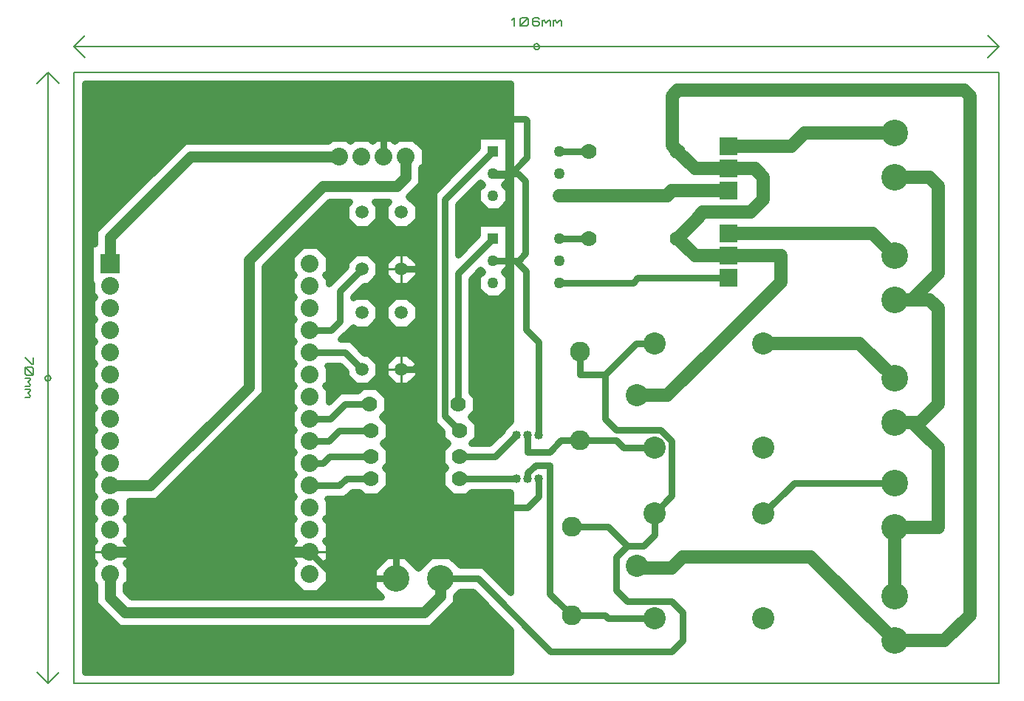
<source format=gbr>
G04 PROTEUS RS274X GERBER FILE*
%FSLAX45Y45*%
%MOMM*%
G01*
%ADD20C,0.762000*%
%ADD21C,1.524000*%
%ADD22C,1.270000*%
%ADD23C,0.254000*%
%ADD10C,1.778000*%
%ADD11C,1.016000*%
%ADD12C,2.540000*%
%ADD13C,2.286000*%
%ADD14C,3.048000*%
%ADD15C,2.032000*%
%ADD16R,2.286000X2.286000*%
%ADD17R,1.270000X1.270000*%
%ADD18C,1.270000*%
%ADD19R,2.032000X2.032000*%
%ADD70C,1.500000*%
%ADD71C,0.203200*%
G36*
X-200000Y-89515D02*
X-292099Y-181614D01*
X-292099Y-199575D01*
X-440125Y-347601D01*
X-644234Y-347601D01*
X-580801Y-284168D01*
X-580801Y-115832D01*
X-654633Y-42000D01*
X-596801Y+15832D01*
X-596801Y+184168D01*
X-647601Y+234968D01*
X-647601Y+1536875D01*
X-544961Y+1639515D01*
X-524446Y+1619000D01*
X-577799Y+1565647D01*
X-577799Y+1418353D01*
X-473647Y+1314201D01*
X-326353Y+1314201D01*
X-222201Y+1418353D01*
X-222201Y+1565647D01*
X-275554Y+1619000D01*
X-222201Y+1672353D01*
X-222201Y+1819647D01*
X-224755Y+1822201D01*
X-222201Y+1822201D01*
X-222201Y+2177799D01*
X-577799Y+2177799D01*
X-577799Y+2037725D01*
X-800101Y+1815423D01*
X-800101Y+2384375D01*
X-544961Y+2639515D01*
X-524446Y+2619000D01*
X-577799Y+2565647D01*
X-577799Y+2418353D01*
X-473647Y+2314201D01*
X-326353Y+2314201D01*
X-222201Y+2418353D01*
X-222201Y+2565647D01*
X-275554Y+2619000D01*
X-222201Y+2672353D01*
X-222201Y+2819647D01*
X-224755Y+2822201D01*
X-222201Y+2822201D01*
X-222201Y+3177799D01*
X-577799Y+3177799D01*
X-577799Y+3037725D01*
X-1104899Y+2510625D01*
X-1104899Y-94625D01*
X-987199Y-212325D01*
X-987199Y-284168D01*
X-921367Y-350000D01*
X-987199Y-415832D01*
X-987199Y-584168D01*
X-946367Y-625000D01*
X-987199Y-665832D01*
X-987199Y-834168D01*
X-868168Y-953199D01*
X-699832Y-953199D01*
X-649032Y-902399D01*
X-208086Y-902399D01*
X-200000Y-910485D01*
X-200000Y-2055976D01*
X-508375Y-1747601D01*
X-775230Y-1747601D01*
X-889530Y-1633301D01*
X-1110470Y-1633301D01*
X-1254000Y-1776831D01*
X-1397530Y-1633301D01*
X-1618470Y-1633301D01*
X-1774699Y-1789530D01*
X-1774699Y-2010470D01*
X-1676968Y-2108201D01*
X-4540355Y-2108201D01*
X-4608201Y-2040355D01*
X-4608201Y-1975528D01*
X-4570101Y-1937428D01*
X-4570101Y-1758572D01*
X-4607673Y-1721000D01*
X-4570101Y-1683428D01*
X-4570101Y-1504572D01*
X-4607673Y-1467000D01*
X-4570101Y-1429428D01*
X-4570101Y-1250572D01*
X-4607673Y-1213000D01*
X-4570101Y-1175428D01*
X-4570101Y-1009799D01*
X-4258355Y-1009799D01*
X-3022201Y+226355D01*
X-3022201Y+1675457D01*
X-2275457Y+2422201D01*
X-2045508Y+2422201D01*
X-2089299Y+2378410D01*
X-2089299Y+2221590D01*
X-1978410Y+2110701D01*
X-1821590Y+2110701D01*
X-1710701Y+2221590D01*
X-1710701Y+2378410D01*
X-1754492Y+2422201D01*
X-1595508Y+2422201D01*
X-1639299Y+2378410D01*
X-1639299Y+2221590D01*
X-1528410Y+2110701D01*
X-1371590Y+2110701D01*
X-1260701Y+2221590D01*
X-1260701Y+2378410D01*
X-1365424Y+2483132D01*
X-1222201Y+2626355D01*
X-1222201Y+2810472D01*
X-1184101Y+2848572D01*
X-1184101Y+3027428D01*
X-1310572Y+3153899D01*
X-1489428Y+3153899D01*
X-1527000Y+3116327D01*
X-1564572Y+3153899D01*
X-1743428Y+3153899D01*
X-1781000Y+3116327D01*
X-1818572Y+3153899D01*
X-1997428Y+3153899D01*
X-2035000Y+3116327D01*
X-2072572Y+3153899D01*
X-2251428Y+3153899D01*
X-2289528Y+3115799D01*
X-3935645Y+3115799D01*
X-4963799Y+2087645D01*
X-4963799Y+1936599D01*
X-5014599Y+1936599D01*
X-5014599Y+1479401D01*
X-5001899Y+1479401D01*
X-5001899Y+1364572D01*
X-4964327Y+1327000D01*
X-5001899Y+1289428D01*
X-5001899Y+1110572D01*
X-4964327Y+1073000D01*
X-5001899Y+1035428D01*
X-5001899Y+856572D01*
X-4964327Y+819000D01*
X-5001899Y+781428D01*
X-5001899Y+602572D01*
X-4964327Y+565000D01*
X-5001899Y+527428D01*
X-5001899Y+348572D01*
X-4964327Y+311000D01*
X-5001899Y+273428D01*
X-5001899Y+94572D01*
X-4964327Y+57000D01*
X-5001899Y+19428D01*
X-5001899Y-159428D01*
X-4964327Y-197000D01*
X-5001899Y-234572D01*
X-5001899Y-413428D01*
X-4964327Y-451000D01*
X-5001899Y-488572D01*
X-5001899Y-667428D01*
X-4964327Y-705000D01*
X-5001899Y-742572D01*
X-5001899Y-921428D01*
X-4964327Y-959000D01*
X-5001899Y-996572D01*
X-5001899Y-1175428D01*
X-4964327Y-1213000D01*
X-5001899Y-1250572D01*
X-5001899Y-1429428D01*
X-4964327Y-1467000D01*
X-5001899Y-1504572D01*
X-5001899Y-1683428D01*
X-4964327Y-1721000D01*
X-5001899Y-1758572D01*
X-5001899Y-1937428D01*
X-4963799Y-1975528D01*
X-4963799Y-2187645D01*
X-4687645Y-2463799D01*
X-1112355Y-2463799D01*
X-822201Y-2173645D01*
X-822201Y-2099370D01*
X-775230Y-2052399D01*
X-634625Y-2052399D01*
X-200000Y-2487024D01*
X-200000Y-2975540D01*
X-5075540Y-2975540D01*
X-5075540Y+3775540D01*
X-200000Y+3775540D01*
X-200000Y-89515D01*
G37*
%LPC*%
G36*
X-2284101Y+1797428D02*
X-2284101Y+1618572D01*
X-2321673Y+1581000D01*
X-2284101Y+1543428D01*
X-2284101Y+1481423D01*
X-2089299Y+1676225D01*
X-2089299Y+1728410D01*
X-1978410Y+1839299D01*
X-1821590Y+1839299D01*
X-1710701Y+1728410D01*
X-1710701Y+1571590D01*
X-1821590Y+1460701D01*
X-1873775Y+1460701D01*
X-2000543Y+1333933D01*
X-2000543Y+1317166D01*
X-1978410Y+1339299D01*
X-1821590Y+1339299D01*
X-1710701Y+1228410D01*
X-1710701Y+1071590D01*
X-1821590Y+960701D01*
X-1978410Y+960701D01*
X-2004024Y+986316D01*
X-2145941Y+844399D01*
X-2028875Y+844399D01*
X-1873775Y+689299D01*
X-1821590Y+689299D01*
X-1710701Y+578410D01*
X-1710701Y+421590D01*
X-1821590Y+310701D01*
X-1978410Y+310701D01*
X-2089299Y+421590D01*
X-2089299Y+473775D01*
X-2155125Y+539601D01*
X-2296274Y+539601D01*
X-2284101Y+527428D01*
X-2284101Y+348572D01*
X-2321673Y+311000D01*
X-2284101Y+273428D01*
X-2284101Y+126923D01*
X-2158625Y+252399D01*
X-1950968Y+252399D01*
X-1900168Y+303199D01*
X-1731832Y+303199D01*
X-1612801Y+184168D01*
X-1612801Y+15832D01*
X-1670633Y-42000D01*
X-1596801Y-115832D01*
X-1596801Y-284168D01*
X-1662633Y-350000D01*
X-1596801Y-415832D01*
X-1596801Y-584168D01*
X-1637633Y-625000D01*
X-1596801Y-665832D01*
X-1596801Y-834168D01*
X-1715832Y-953199D01*
X-1884168Y-953199D01*
X-1934968Y-902399D01*
X-2013875Y-902399D01*
X-2095875Y-984399D01*
X-2296274Y-984399D01*
X-2284101Y-996572D01*
X-2284101Y-1175428D01*
X-2321673Y-1213000D01*
X-2284101Y-1250572D01*
X-2284101Y-1429428D01*
X-2321673Y-1467000D01*
X-2284101Y-1504572D01*
X-2284101Y-1683428D01*
X-2321673Y-1721000D01*
X-2284101Y-1758572D01*
X-2284101Y-1937428D01*
X-2410572Y-2063899D01*
X-2589428Y-2063899D01*
X-2715899Y-1937428D01*
X-2715899Y-1758572D01*
X-2678327Y-1721000D01*
X-2715899Y-1683428D01*
X-2715899Y-1504572D01*
X-2678327Y-1467000D01*
X-2715899Y-1429428D01*
X-2715899Y-1250572D01*
X-2678327Y-1213000D01*
X-2715899Y-1175428D01*
X-2715899Y-996572D01*
X-2678327Y-959000D01*
X-2715899Y-921428D01*
X-2715899Y-742572D01*
X-2678327Y-705000D01*
X-2715899Y-667428D01*
X-2715899Y-488572D01*
X-2678327Y-451000D01*
X-2715899Y-413428D01*
X-2715899Y-234572D01*
X-2678327Y-197000D01*
X-2715899Y-159428D01*
X-2715899Y+19428D01*
X-2678327Y+57000D01*
X-2715899Y+94572D01*
X-2715899Y+273428D01*
X-2678327Y+311000D01*
X-2715899Y+348572D01*
X-2715899Y+527428D01*
X-2678327Y+565000D01*
X-2715899Y+602572D01*
X-2715899Y+781428D01*
X-2678327Y+819000D01*
X-2715899Y+856572D01*
X-2715899Y+1035428D01*
X-2678327Y+1073000D01*
X-2715899Y+1110572D01*
X-2715899Y+1289428D01*
X-2678327Y+1327000D01*
X-2715899Y+1364572D01*
X-2715899Y+1543428D01*
X-2678327Y+1581000D01*
X-2715899Y+1618572D01*
X-2715899Y+1797428D01*
X-2589428Y+1923899D01*
X-2410572Y+1923899D01*
X-2284101Y+1797428D01*
G37*
G36*
X-1371590Y+1460701D02*
X-1528410Y+1460701D01*
X-1639299Y+1571590D01*
X-1639299Y+1728410D01*
X-1528410Y+1839299D01*
X-1371590Y+1839299D01*
X-1260701Y+1728410D01*
X-1260701Y+1571590D01*
X-1371590Y+1460701D01*
G37*
G36*
X-1371590Y+310701D02*
X-1528410Y+310701D01*
X-1639299Y+421590D01*
X-1639299Y+578410D01*
X-1528410Y+689299D01*
X-1371590Y+689299D01*
X-1260701Y+578410D01*
X-1260701Y+421590D01*
X-1371590Y+310701D01*
G37*
G36*
X-1371590Y+960701D02*
X-1528410Y+960701D01*
X-1639299Y+1071590D01*
X-1639299Y+1228410D01*
X-1528410Y+1339299D01*
X-1371590Y+1339299D01*
X-1260701Y+1228410D01*
X-1260701Y+1071590D01*
X-1371590Y+960701D01*
G37*
%LPD*%
D20*
X-784000Y-500000D02*
X-377000Y-500000D01*
X-127000Y-250000D01*
X+600000Y-316000D02*
X+1016000Y-316000D01*
X+1100000Y-400000D01*
X+1450000Y-400000D01*
X+600000Y-316000D02*
X+381000Y-316000D01*
X+252500Y-444500D01*
X+0Y-444500D01*
X+0Y-250000D01*
D21*
X+2300000Y+2800000D02*
X+1916000Y+2800000D01*
X+1716000Y+3000000D01*
X+1778000Y-1651000D02*
X+1651000Y-1778000D01*
X+1278000Y-1778000D01*
X+1250000Y-1750000D01*
X+4200000Y+400000D02*
X+3800000Y+800000D01*
X+2700000Y+800000D01*
D20*
X-127000Y-750000D02*
X-784000Y-750000D01*
X+500000Y-2316000D02*
X+889000Y-2316000D01*
X+923000Y-2350000D01*
X+1450000Y-2350000D01*
X+4200000Y-800000D02*
X+3050000Y-800000D01*
X+2700000Y-1150000D01*
D21*
X+4200000Y-1308000D02*
X+4200000Y-2100000D01*
X+4200000Y+1808000D02*
X+3954000Y+2054000D01*
X+2300000Y+2054000D01*
X+4200000Y+3208000D02*
X+3175000Y+3208000D01*
X+3021000Y+3054000D01*
X+2300000Y+3054000D01*
D20*
X+362000Y+1492000D02*
X+1206500Y+1492000D01*
X+1260500Y+1546000D01*
X+2300000Y+1546000D01*
X+700000Y+2000000D02*
X+362000Y+2000000D01*
X+700000Y+3000000D02*
X+362000Y+3000000D01*
X-400000Y+3000000D02*
X-952500Y+2447500D01*
X-952500Y-31500D01*
X-784000Y-200000D01*
D21*
X+2300000Y+2546000D02*
X+1651000Y+2546000D01*
X+1597000Y+2492000D01*
X+362000Y+2492000D01*
D20*
X-1816000Y+100000D02*
X-2095500Y+100000D01*
X-2265500Y-70000D01*
X-2500000Y-70000D01*
X-400000Y+2000000D02*
X-800000Y+1600000D01*
X-800000Y+100000D01*
X-1800000Y-200000D02*
X-2159000Y-200000D01*
X-2283000Y-324000D01*
X-2500000Y-324000D01*
X-2500000Y-578000D02*
X-2349500Y-578000D01*
X-2271500Y-500000D01*
X-1800000Y-500000D01*
X-2500000Y-832000D02*
X-2159000Y-832000D01*
X-2077000Y-750000D01*
X-1800000Y-750000D01*
X-1079500Y-952500D02*
X-952500Y-1079500D01*
X+0Y-1079500D01*
X+127000Y-952500D01*
X+127000Y-750000D01*
X-381000Y+2730500D02*
X-254000Y+2730500D01*
X-1508000Y-1900000D02*
X-1508000Y-1381000D01*
X-1079500Y-952500D01*
X-2500000Y-1594000D02*
X-2194000Y-1900000D01*
X-1508000Y-1900000D01*
D22*
X-2500000Y-1594000D02*
X-4786000Y-1594000D01*
D20*
X-381000Y+2730500D02*
X-400000Y+2730500D01*
X-400000Y+2746000D01*
X-1000000Y-1900000D02*
X-571500Y-1900000D01*
X+259000Y-2730500D01*
X+1651000Y-2730500D01*
X+1778000Y-2603500D01*
X+1778000Y-2286000D01*
X+1651000Y-2159000D01*
X+1143000Y-2159000D01*
X+1016000Y-2032000D01*
X+1016000Y-1651000D01*
X+1143000Y-1524000D01*
X+1450000Y-1150000D02*
X+1651000Y-949000D01*
X+1651000Y-317500D01*
X+1524000Y-190500D01*
X+1016000Y-190500D01*
X+889000Y-63500D01*
X+889000Y+444500D01*
X+1450000Y-1150000D02*
X+1450000Y-1397000D01*
X+1323000Y-1524000D01*
X+1143000Y-1524000D01*
X+889000Y+444500D02*
X+1244500Y+800000D01*
X+1450000Y+800000D01*
X+1143000Y-1524000D02*
X+919000Y-1300000D01*
X+500000Y-1300000D01*
X+889000Y+444500D02*
X+600000Y+444500D01*
X+600000Y+700000D01*
D21*
X+4200000Y+1300000D02*
X+4400000Y+1300000D01*
X+4700000Y+1600000D01*
X+4700000Y+2600000D01*
X+4600000Y+2700000D01*
X+4200000Y+2700000D01*
X+4200000Y-108000D02*
X+4408000Y-108000D01*
X+4700000Y-400000D01*
X+4700000Y-1308000D01*
X+4200000Y-1308000D01*
X+4408000Y-108000D02*
X+4492000Y-108000D01*
X+4700000Y+100000D01*
X+4700000Y+1200000D01*
X+4600000Y+1300000D01*
X+4400000Y+1300000D01*
X+1716000Y+2000000D02*
X+1916000Y+1800000D01*
X+2300000Y+1800000D01*
X+1716000Y+2000000D02*
X+1938500Y+2222500D01*
X+2000000Y+2300000D01*
X+2554000Y+2300000D01*
X+2700000Y+2446000D01*
X+2700000Y+2700000D01*
X+2600000Y+2800000D01*
X+2300000Y+2800000D01*
X+1778000Y-1651000D02*
X+2200000Y-1651000D01*
X+3243000Y-1651000D01*
X+4200000Y-2608000D01*
X+2300000Y+1800000D02*
X+2900000Y+1800000D01*
X+2900000Y+1500000D01*
X+2200000Y+800000D01*
X+1600000Y+200000D01*
X+1250000Y+200000D01*
X+4200000Y-2608000D02*
X+4774181Y-2608000D01*
X+5065217Y-2316964D01*
X+5065217Y+3634783D01*
X+5000000Y+3700000D01*
X+1717313Y+3700000D01*
X+1652782Y+3635469D01*
X+1652782Y+3063218D01*
X+1716000Y+3000000D01*
D22*
X-4786000Y+1708000D02*
X-4786000Y+2014000D01*
X-3862000Y+2938000D01*
X-2162000Y+2938000D01*
X-1000000Y-1900000D02*
X-1000000Y-2100000D01*
X-1186000Y-2286000D01*
X-4614000Y-2286000D01*
X-4786000Y-2114000D01*
X-4786000Y-1848000D01*
D20*
X-200000Y+2730500D02*
X-254000Y+2730500D01*
X-200000Y+2746000D02*
X-200000Y+2730500D01*
X+127000Y-250000D02*
X+127000Y+816300D01*
X-17500Y+960800D01*
X-17500Y+1621838D01*
X-143492Y+1747830D01*
X-398170Y+1747830D01*
X-400000Y+1746000D01*
X-400000Y+2746000D02*
X-200000Y+2746000D01*
X-190216Y+2746000D01*
X-113566Y+2746000D01*
X-86375Y+2718809D01*
X-29259Y+2661693D01*
X-29259Y+1825105D01*
X-106534Y+1747830D01*
X-143492Y+1747830D01*
X-1654000Y+2938000D02*
X-1654000Y+3255251D01*
X-1642797Y+3266454D01*
X-1536963Y+3372288D01*
X-755212Y+3372288D01*
X-190216Y+2746000D02*
X-9940Y+2926276D01*
X-9940Y+3357169D01*
X-25059Y+3372288D01*
X-755212Y+3372288D01*
X-1079500Y+3048000D01*
X+500000Y-2316000D02*
X+254000Y-2070000D01*
X+254000Y-600000D01*
X+85800Y-600000D01*
X+0Y-685800D01*
X+0Y-750000D01*
D22*
X-4786000Y-832000D02*
X-4332000Y-832000D01*
X-3200000Y+300000D01*
X-3200000Y+1749102D01*
X-2349102Y+2600000D01*
X-1500000Y+2600000D01*
X-1400000Y+2700000D01*
X-1400000Y+2938000D01*
D20*
X-2500000Y+946000D02*
X-2259864Y+946000D01*
X-2152942Y+1052922D01*
X-2152942Y+1397058D01*
X-1900000Y+1650000D01*
X-1900000Y+500000D02*
X-2092000Y+692000D01*
X-2500000Y+692000D01*
X-1450000Y+1650000D02*
X-1268256Y+1650000D01*
X-1079500Y+1461244D01*
X-1079500Y+3048000D02*
X-1079500Y+1461244D01*
X-1450000Y+500000D02*
X-1305481Y+500000D01*
X-1079500Y+725981D01*
X-1079500Y+1461244D02*
X-1079500Y+725981D01*
X-1079500Y-952500D01*
X-200000Y-89515D02*
X-292099Y-181614D01*
X-292099Y-199575D01*
X-440125Y-347601D01*
X-644234Y-347601D01*
X-580801Y-284168D01*
X-580801Y-115832D01*
X-654633Y-42000D01*
X-596801Y+15832D01*
X-596801Y+184168D01*
X-647601Y+234968D01*
X-647601Y+1536875D01*
X-544961Y+1639515D01*
X-524446Y+1619000D01*
X-577799Y+1565647D01*
X-577799Y+1418353D01*
X-473647Y+1314201D01*
X-326353Y+1314201D01*
X-222201Y+1418353D01*
X-222201Y+1565647D01*
X-275554Y+1619000D01*
X-222201Y+1672353D01*
X-222201Y+1819647D01*
X-224755Y+1822201D01*
X-222201Y+1822201D01*
X-222201Y+2177799D01*
X-577799Y+2177799D01*
X-577799Y+2037725D01*
X-800101Y+1815423D01*
X-800101Y+2384375D01*
X-544961Y+2639515D01*
X-524446Y+2619000D01*
X-577799Y+2565647D01*
X-577799Y+2418353D01*
X-473647Y+2314201D01*
X-326353Y+2314201D01*
X-222201Y+2418353D01*
X-222201Y+2565647D01*
X-275554Y+2619000D01*
X-222201Y+2672353D01*
X-222201Y+2819647D01*
X-224755Y+2822201D01*
X-222201Y+2822201D01*
X-222201Y+3177799D01*
X-577799Y+3177799D01*
X-577799Y+3037725D01*
X-1104899Y+2510625D01*
X-1104899Y-94625D01*
X-987199Y-212325D01*
X-987199Y-284168D01*
X-921367Y-350000D01*
X-987199Y-415832D01*
X-987199Y-584168D01*
X-946367Y-625000D01*
X-987199Y-665832D01*
X-987199Y-834168D01*
X-868168Y-953199D01*
X-699832Y-953199D01*
X-649032Y-902399D01*
X-208086Y-902399D01*
X-200000Y-910485D01*
X-200000Y-2055976D01*
X-508375Y-1747601D01*
X-775230Y-1747601D01*
X-889530Y-1633301D01*
X-1110470Y-1633301D01*
X-1254000Y-1776831D01*
X-1397530Y-1633301D01*
X-1618470Y-1633301D01*
X-1774699Y-1789530D01*
X-1774699Y-2010470D01*
X-1676968Y-2108201D01*
X-4540355Y-2108201D01*
X-4608201Y-2040355D01*
X-4608201Y-1975528D01*
X-4570101Y-1937428D01*
X-4570101Y-1758572D01*
X-4607673Y-1721000D01*
X-4570101Y-1683428D01*
X-4570101Y-1504572D01*
X-4607673Y-1467000D01*
X-4570101Y-1429428D01*
X-4570101Y-1250572D01*
X-4607673Y-1213000D01*
X-4570101Y-1175428D01*
X-4570101Y-1009799D01*
X-4258355Y-1009799D01*
X-3022201Y+226355D01*
X-3022201Y+1675457D01*
X-2275457Y+2422201D01*
X-2045508Y+2422201D01*
X-2089299Y+2378410D01*
X-2089299Y+2221590D01*
X-1978410Y+2110701D01*
X-1821590Y+2110701D01*
X-1710701Y+2221590D01*
X-1710701Y+2378410D01*
X-1754492Y+2422201D01*
X-1595508Y+2422201D01*
X-1639299Y+2378410D01*
X-1639299Y+2221590D01*
X-1528410Y+2110701D01*
X-1371590Y+2110701D01*
X-1260701Y+2221590D01*
X-1260701Y+2378410D01*
X-1365424Y+2483132D01*
X-1222201Y+2626355D01*
X-1222201Y+2810472D01*
X-1184101Y+2848572D01*
X-1184101Y+3027428D01*
X-1310572Y+3153899D01*
X-1489428Y+3153899D01*
X-1527000Y+3116327D01*
X-1564572Y+3153899D01*
X-1743428Y+3153899D01*
X-1781000Y+3116327D01*
X-1818572Y+3153899D01*
X-1997428Y+3153899D01*
X-2035000Y+3116327D01*
X-2072572Y+3153899D01*
X-2251428Y+3153899D01*
X-2289528Y+3115799D01*
X-3935645Y+3115799D01*
X-4963799Y+2087645D01*
X-4963799Y+1936599D01*
X-5014599Y+1936599D01*
X-5014599Y+1479401D01*
X-5001899Y+1479401D01*
X-5001899Y+1364572D01*
X-4964327Y+1327000D01*
X-5001899Y+1289428D01*
X-5001899Y+1110572D01*
X-4964327Y+1073000D01*
X-5001899Y+1035428D01*
X-5001899Y+856572D01*
X-4964327Y+819000D01*
X-5001899Y+781428D01*
X-5001899Y+602572D01*
X-4964327Y+565000D01*
X-5001899Y+527428D01*
X-5001899Y+348572D01*
X-4964327Y+311000D01*
X-5001899Y+273428D01*
X-5001899Y+94572D01*
X-4964327Y+57000D01*
X-5001899Y+19428D01*
X-5001899Y-159428D01*
X-4964327Y-197000D01*
X-5001899Y-234572D01*
X-5001899Y-413428D01*
X-4964327Y-451000D01*
X-5001899Y-488572D01*
X-5001899Y-667428D01*
X-4964327Y-705000D01*
X-5001899Y-742572D01*
X-5001899Y-921428D01*
X-4964327Y-959000D01*
X-5001899Y-996572D01*
X-5001899Y-1175428D01*
X-4964327Y-1213000D01*
X-5001899Y-1250572D01*
X-5001899Y-1429428D01*
X-4964327Y-1467000D01*
X-5001899Y-1504572D01*
X-5001899Y-1683428D01*
X-4964327Y-1721000D01*
X-5001899Y-1758572D01*
X-5001899Y-1937428D01*
X-4963799Y-1975528D01*
X-4963799Y-2187645D01*
X-4687645Y-2463799D01*
X-1112355Y-2463799D01*
X-822201Y-2173645D01*
X-822201Y-2099370D01*
X-775230Y-2052399D01*
X-634625Y-2052399D01*
X-200000Y-2487024D01*
X-200000Y-2975540D01*
X-5075540Y-2975540D01*
X-5075540Y+3775540D01*
X-200000Y+3775540D01*
X-200000Y-89515D01*
X-2284101Y+1797428D02*
X-2284101Y+1618572D01*
X-2321673Y+1581000D01*
X-2284101Y+1543428D01*
X-2284101Y+1481423D01*
X-2089299Y+1676225D01*
X-2089299Y+1728410D01*
X-1978410Y+1839299D01*
X-1821590Y+1839299D01*
X-1710701Y+1728410D01*
X-1710701Y+1571590D01*
X-1821590Y+1460701D01*
X-1873775Y+1460701D01*
X-2000543Y+1333933D01*
X-2000543Y+1317166D01*
X-1978410Y+1339299D01*
X-1821590Y+1339299D01*
X-1710701Y+1228410D01*
X-1710701Y+1071590D01*
X-1821590Y+960701D01*
X-1978410Y+960701D01*
X-2004024Y+986316D01*
X-2145941Y+844399D01*
X-2028875Y+844399D01*
X-1873775Y+689299D01*
X-1821590Y+689299D01*
X-1710701Y+578410D01*
X-1710701Y+421590D01*
X-1821590Y+310701D01*
X-1978410Y+310701D01*
X-2089299Y+421590D01*
X-2089299Y+473775D01*
X-2155125Y+539601D01*
X-2296274Y+539601D01*
X-2284101Y+527428D01*
X-2284101Y+348572D01*
X-2321673Y+311000D01*
X-2284101Y+273428D01*
X-2284101Y+126923D01*
X-2158625Y+252399D01*
X-1950968Y+252399D01*
X-1900168Y+303199D01*
X-1731832Y+303199D01*
X-1612801Y+184168D01*
X-1612801Y+15832D01*
X-1670633Y-42000D01*
X-1596801Y-115832D01*
X-1596801Y-284168D01*
X-1662633Y-350000D01*
X-1596801Y-415832D01*
X-1596801Y-584168D01*
X-1637633Y-625000D01*
X-1596801Y-665832D01*
X-1596801Y-834168D01*
X-1715832Y-953199D01*
X-1884168Y-953199D01*
X-1934968Y-902399D01*
X-2013875Y-902399D01*
X-2095875Y-984399D01*
X-2296274Y-984399D01*
X-2284101Y-996572D01*
X-2284101Y-1175428D01*
X-2321673Y-1213000D01*
X-2284101Y-1250572D01*
X-2284101Y-1429428D01*
X-2321673Y-1467000D01*
X-2284101Y-1504572D01*
X-2284101Y-1683428D01*
X-2321673Y-1721000D01*
X-2284101Y-1758572D01*
X-2284101Y-1937428D01*
X-2410572Y-2063899D01*
X-2589428Y-2063899D01*
X-2715899Y-1937428D01*
X-2715899Y-1758572D01*
X-2678327Y-1721000D01*
X-2715899Y-1683428D01*
X-2715899Y-1504572D01*
X-2678327Y-1467000D01*
X-2715899Y-1429428D01*
X-2715899Y-1250572D01*
X-2678327Y-1213000D01*
X-2715899Y-1175428D01*
X-2715899Y-996572D01*
X-2678327Y-959000D01*
X-2715899Y-921428D01*
X-2715899Y-742572D01*
X-2678327Y-705000D01*
X-2715899Y-667428D01*
X-2715899Y-488572D01*
X-2678327Y-451000D01*
X-2715899Y-413428D01*
X-2715899Y-234572D01*
X-2678327Y-197000D01*
X-2715899Y-159428D01*
X-2715899Y+19428D01*
X-2678327Y+57000D01*
X-2715899Y+94572D01*
X-2715899Y+273428D01*
X-2678327Y+311000D01*
X-2715899Y+348572D01*
X-2715899Y+527428D01*
X-2678327Y+565000D01*
X-2715899Y+602572D01*
X-2715899Y+781428D01*
X-2678327Y+819000D01*
X-2715899Y+856572D01*
X-2715899Y+1035428D01*
X-2678327Y+1073000D01*
X-2715899Y+1110572D01*
X-2715899Y+1289428D01*
X-2678327Y+1327000D01*
X-2715899Y+1364572D01*
X-2715899Y+1543428D01*
X-2678327Y+1581000D01*
X-2715899Y+1618572D01*
X-2715899Y+1797428D01*
X-2589428Y+1923899D01*
X-2410572Y+1923899D01*
X-2284101Y+1797428D01*
X-1371590Y+1460701D02*
X-1528410Y+1460701D01*
X-1639299Y+1571590D01*
X-1639299Y+1728410D01*
X-1528410Y+1839299D01*
X-1371590Y+1839299D01*
X-1260701Y+1728410D01*
X-1260701Y+1571590D01*
X-1371590Y+1460701D01*
X-1371590Y+310701D02*
X-1528410Y+310701D01*
X-1639299Y+421590D01*
X-1639299Y+578410D01*
X-1528410Y+689299D01*
X-1371590Y+689299D01*
X-1260701Y+578410D01*
X-1260701Y+421590D01*
X-1371590Y+310701D01*
X-1371590Y+960701D02*
X-1528410Y+960701D01*
X-1639299Y+1071590D01*
X-1639299Y+1228410D01*
X-1528410Y+1339299D01*
X-1371590Y+1339299D01*
X-1260701Y+1228410D01*
X-1260701Y+1071590D01*
X-1371590Y+960701D01*
D23*
X-1654000Y+3153899D02*
X-1654000Y+2938000D01*
X-5001899Y-1594000D02*
X-4786000Y-1594000D01*
X-4570101Y-1594000D02*
X-4786000Y-1594000D01*
X-2715899Y-1594000D02*
X-2500000Y-1594000D01*
X-2284101Y-1594000D02*
X-2500000Y-1594000D01*
X-1774699Y-1900000D02*
X-1508000Y-1900000D01*
X-1508000Y-1633301D02*
X-1508000Y-1900000D01*
X-222201Y+1746000D02*
X-400000Y+1746000D01*
X-222201Y+2746000D02*
X-400000Y+2746000D01*
X-1450000Y+1460701D02*
X-1450000Y+1650000D01*
X-1450000Y+1839299D02*
X-1450000Y+1650000D01*
X-1260701Y+1650000D02*
X-1450000Y+1650000D01*
X-1639299Y+1650000D02*
X-1450000Y+1650000D01*
X-1450000Y+310701D02*
X-1450000Y+500000D01*
X-1450000Y+689299D02*
X-1450000Y+500000D01*
X-1260701Y+500000D02*
X-1450000Y+500000D01*
X-1639299Y+500000D02*
X-1450000Y+500000D01*
D10*
X-1800000Y-750000D03*
X-784000Y-750000D03*
X-1800000Y-500000D03*
X-784000Y-500000D03*
D11*
X+127000Y-250000D03*
X+0Y-250000D03*
X-127000Y-250000D03*
X+127000Y-750000D03*
X+0Y-750000D03*
X-127000Y-750000D03*
D12*
X+1450000Y+800000D03*
X+1450000Y-400000D03*
X+1250000Y+200000D03*
X+2700000Y-400000D03*
X+2700000Y+800000D03*
X+1450000Y-1150000D03*
X+1450000Y-2350000D03*
X+1250000Y-1750000D03*
X+2700000Y-2350000D03*
X+2700000Y-1150000D03*
D13*
X+600000Y-316000D03*
X+600000Y+700000D03*
X+500000Y-2316000D03*
X+500000Y-1300000D03*
D14*
X+4200000Y-108000D03*
X+4200000Y+400000D03*
X+4200000Y-1308000D03*
X+4200000Y-800000D03*
X+4200000Y-2608000D03*
X+4200000Y-2100000D03*
D15*
X-2162000Y+2938000D03*
X-1908000Y+2938000D03*
X-1654000Y+2938000D03*
X-1400000Y+2938000D03*
D16*
X-4786000Y+1708000D03*
D15*
X-4786000Y+1454000D03*
X-4786000Y+1200000D03*
X-4786000Y+946000D03*
X-4786000Y+692000D03*
X-4786000Y+438000D03*
X-4786000Y+184000D03*
X-4786000Y-70000D03*
X-4786000Y-324000D03*
X-4786000Y-578000D03*
X-4786000Y-832000D03*
X-4786000Y-1086000D03*
X-4786000Y-1340000D03*
X-4786000Y-1594000D03*
X-4786000Y-1848000D03*
X-2500000Y-1848000D03*
X-2500000Y-1594000D03*
X-2500000Y-1340000D03*
X-2500000Y-1086000D03*
X-2500000Y-832000D03*
X-2500000Y-578000D03*
X-2500000Y-324000D03*
X-2500000Y-70000D03*
X-2500000Y+184000D03*
X-2500000Y+438000D03*
X-2500000Y+692000D03*
X-2500000Y+946000D03*
X-2500000Y+1200000D03*
X-2500000Y+1454000D03*
X-2500000Y+1708000D03*
D14*
X-1508000Y-1900000D03*
X-1000000Y-1900000D03*
D10*
X-1816000Y+100000D03*
X-800000Y+100000D03*
X-1800000Y-200000D03*
X-784000Y-200000D03*
D17*
X-400000Y+2000000D03*
D18*
X-400000Y+1746000D03*
X-400000Y+1492000D03*
X+362000Y+1492000D03*
X+362000Y+1746000D03*
X+362000Y+2000000D03*
D17*
X-400000Y+3000000D03*
D18*
X-400000Y+2746000D03*
X-400000Y+2492000D03*
X+362000Y+2492000D03*
X+362000Y+2746000D03*
X+362000Y+3000000D03*
D10*
X+700000Y+2000000D03*
X+1716000Y+2000000D03*
X+700000Y+3000000D03*
X+1716000Y+3000000D03*
D19*
X+2300000Y+2054000D03*
X+2300000Y+1800000D03*
X+2300000Y+1546000D03*
X+2300000Y+3054000D03*
X+2300000Y+2800000D03*
X+2300000Y+2546000D03*
D14*
X+4200000Y+1300000D03*
X+4200000Y+1808000D03*
X+4200000Y+2700000D03*
X+4200000Y+3208000D03*
D70*
X-1900000Y+1650000D03*
X-1900000Y+2300000D03*
X-1450000Y+1650000D03*
X-1450000Y+2300000D03*
X-1900000Y+500000D03*
X-1900000Y+1150000D03*
X-1450000Y+500000D03*
X-1450000Y+1150000D03*
D71*
X-5200000Y-3100000D02*
X+5400000Y-3100000D01*
X+5400000Y+3900000D01*
X-5200000Y+3900000D01*
X-5200000Y-3100000D01*
X-5500000Y+3900000D02*
X-5500000Y-3100000D01*
X-5500000Y+3900000D02*
X-5627000Y+3773000D01*
X-5500000Y+3900000D02*
X-5373000Y+3773000D01*
X-5500000Y-3100000D02*
X-5373000Y-2973000D01*
X-5500000Y-3100000D02*
X-5627000Y-2973000D01*
X-5468250Y+400000D02*
X-5468359Y+402634D01*
X-5469249Y+407903D01*
X-5471111Y+413172D01*
X-5474154Y+418441D01*
X-5478809Y+423643D01*
X-5484078Y+427469D01*
X-5489347Y+429909D01*
X-5494616Y+431290D01*
X-5499885Y+431750D01*
X-5500000Y+431750D01*
X-5531750Y+400000D02*
X-5531641Y+402634D01*
X-5530751Y+407903D01*
X-5528889Y+413172D01*
X-5525846Y+418441D01*
X-5521191Y+423643D01*
X-5515922Y+427469D01*
X-5510653Y+429909D01*
X-5505384Y+431290D01*
X-5500115Y+431750D01*
X-5500000Y+431750D01*
X-5531750Y+400000D02*
X-5531641Y+397366D01*
X-5530751Y+392097D01*
X-5528889Y+386828D01*
X-5525846Y+381559D01*
X-5521191Y+376357D01*
X-5515922Y+372531D01*
X-5510653Y+370091D01*
X-5505384Y+368710D01*
X-5500115Y+368250D01*
X-5500000Y+368250D01*
X-5468250Y+400000D02*
X-5468359Y+397366D01*
X-5469249Y+392097D01*
X-5471111Y+386828D01*
X-5474154Y+381559D01*
X-5478809Y+376357D01*
X-5484078Y+372531D01*
X-5489347Y+370091D01*
X-5494616Y+368710D01*
X-5499885Y+368250D01*
X-5500000Y+368250D01*
X-5667920Y+638125D02*
X-5667920Y+558750D01*
X-5683160Y+558750D01*
X-5759360Y+638125D01*
X-5744120Y+527000D02*
X-5683160Y+527000D01*
X-5667920Y+511125D01*
X-5667920Y+447625D01*
X-5683160Y+431750D01*
X-5744120Y+431750D01*
X-5759360Y+447625D01*
X-5759360Y+511125D01*
X-5744120Y+527000D01*
X-5759360Y+527000D02*
X-5667920Y+431750D01*
X-5759360Y+400000D02*
X-5698400Y+400000D01*
X-5713640Y+400000D02*
X-5698400Y+384125D01*
X-5728880Y+352375D01*
X-5698400Y+320625D01*
X-5713640Y+304750D01*
X-5759360Y+304750D01*
X-5759360Y+273000D02*
X-5698400Y+273000D01*
X-5713640Y+273000D02*
X-5698400Y+257125D01*
X-5728880Y+225375D01*
X-5698400Y+193625D01*
X-5713640Y+177750D01*
X-5759360Y+177750D01*
X-5200000Y+4200000D02*
X+5400000Y+4200000D01*
X-5200000Y+4200000D02*
X-5073000Y+4073000D01*
X-5200000Y+4200000D02*
X-5073000Y+4327000D01*
X+5400000Y+4200000D02*
X+5273000Y+4327000D01*
X+5400000Y+4200000D02*
X+5273000Y+4073000D01*
X+131750Y+4200000D02*
X+131641Y+4202634D01*
X+130751Y+4207903D01*
X+128889Y+4213172D01*
X+125846Y+4218441D01*
X+121191Y+4223643D01*
X+115922Y+4227469D01*
X+110653Y+4229909D01*
X+105384Y+4231290D01*
X+100115Y+4231750D01*
X+100000Y+4231750D01*
X+68250Y+4200000D02*
X+68359Y+4202634D01*
X+69249Y+4207903D01*
X+71111Y+4213172D01*
X+74154Y+4218441D01*
X+78809Y+4223643D01*
X+84078Y+4227469D01*
X+89347Y+4229909D01*
X+94616Y+4231290D01*
X+99885Y+4231750D01*
X+100000Y+4231750D01*
X+68250Y+4200000D02*
X+68359Y+4197366D01*
X+69249Y+4192097D01*
X+71111Y+4186828D01*
X+74154Y+4181559D01*
X+78809Y+4176357D01*
X+84078Y+4172531D01*
X+89347Y+4170091D01*
X+94616Y+4168710D01*
X+99885Y+4168250D01*
X+100000Y+4168250D01*
X+131750Y+4200000D02*
X+131641Y+4197366D01*
X+130751Y+4192097D01*
X+128889Y+4186828D01*
X+125846Y+4181559D01*
X+121191Y+4176357D01*
X+115922Y+4172531D01*
X+110653Y+4170091D01*
X+105384Y+4168710D01*
X+100115Y+4168250D01*
X+100000Y+4168250D01*
X-185750Y+4501600D02*
X-154000Y+4532080D01*
X-154000Y+4440640D01*
X-90500Y+4455880D02*
X-90500Y+4516840D01*
X-74625Y+4532080D01*
X-11125Y+4532080D01*
X+4750Y+4516840D01*
X+4750Y+4455880D01*
X-11125Y+4440640D01*
X-74625Y+4440640D01*
X-90500Y+4455880D01*
X-90500Y+4440640D02*
X+4750Y+4532080D01*
X+131750Y+4516840D02*
X+115875Y+4532080D01*
X+68250Y+4532080D01*
X+52375Y+4516840D01*
X+52375Y+4455880D01*
X+68250Y+4440640D01*
X+115875Y+4440640D01*
X+131750Y+4455880D01*
X+131750Y+4471120D01*
X+115875Y+4486360D01*
X+52375Y+4486360D01*
X+163500Y+4440640D02*
X+163500Y+4501600D01*
X+163500Y+4486360D02*
X+179375Y+4501600D01*
X+211125Y+4471120D01*
X+242875Y+4501600D01*
X+258750Y+4486360D01*
X+258750Y+4440640D01*
X+290500Y+4440640D02*
X+290500Y+4501600D01*
X+290500Y+4486360D02*
X+306375Y+4501600D01*
X+338125Y+4471120D01*
X+369875Y+4501600D01*
X+385750Y+4486360D01*
X+385750Y+4440640D01*
M02*

</source>
